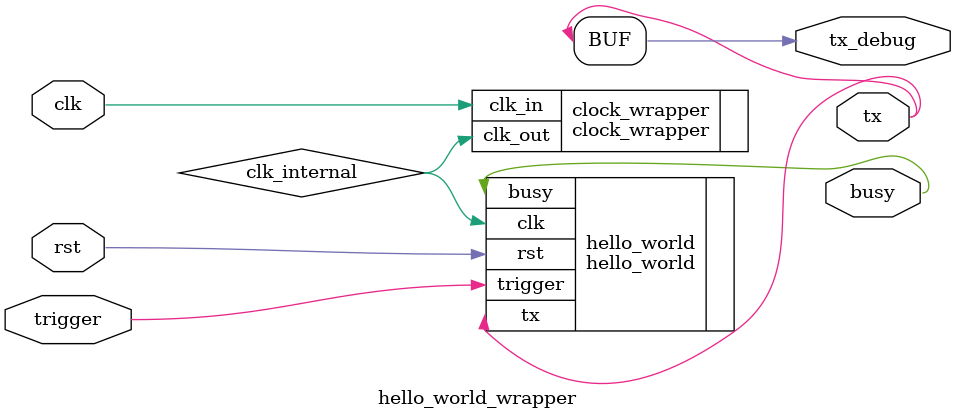
<source format=v>
module hello_world_wrapper(
   input wire clk, rst, trigger,
   output wire tx, tx_debug, busy
);

    wire clk_internal;
    
    clock_wrapper clock_wrapper(
        .clk_in(clk),
        .clk_out(clk_internal)
    );

    assign tx_debug = tx;

    hello_world hello_world(
        .clk(clk_internal),
        .rst(rst),
        .trigger(trigger),
        .tx(tx),
        .busy(busy)
    );

endmodule
</source>
